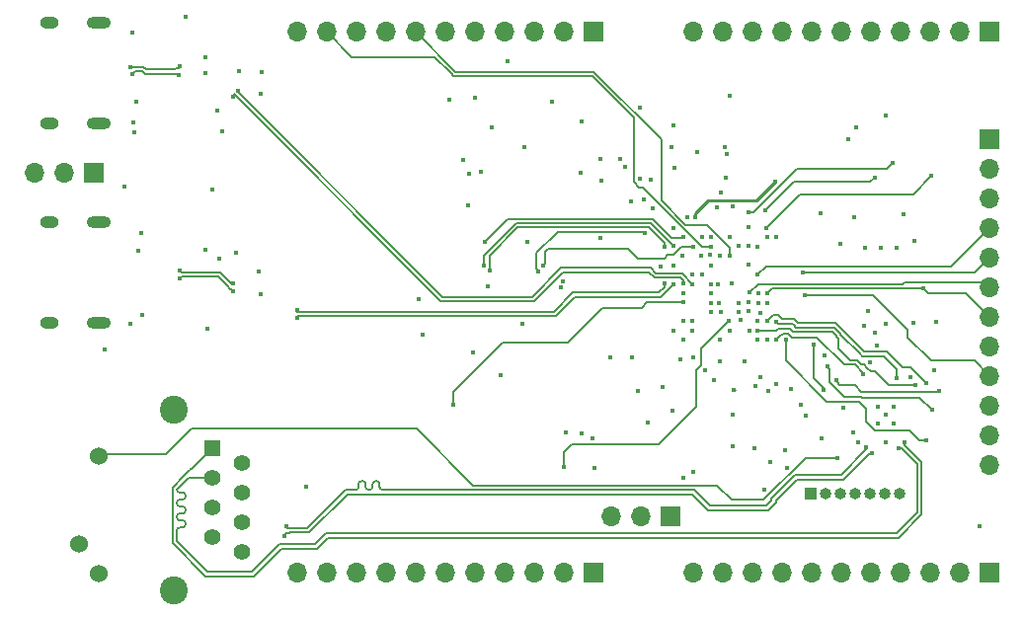
<source format=gbr>
%TF.GenerationSoftware,KiCad,Pcbnew,9.0.0*%
%TF.CreationDate,2025-04-18T01:08:42+10:00*%
%TF.ProjectId,Teensy_4.1_attempt_1,5465656e-7379-45f3-942e-315f61747465,rev?*%
%TF.SameCoordinates,Original*%
%TF.FileFunction,Copper,L3,Inr*%
%TF.FilePolarity,Positive*%
%FSLAX46Y46*%
G04 Gerber Fmt 4.6, Leading zero omitted, Abs format (unit mm)*
G04 Created by KiCad (PCBNEW 9.0.0) date 2025-04-18 01:08:42*
%MOMM*%
%LPD*%
G01*
G04 APERTURE LIST*
%TA.AperFunction,ComponentPad*%
%ADD10R,1.700000X1.700000*%
%TD*%
%TA.AperFunction,ComponentPad*%
%ADD11O,1.700000X1.700000*%
%TD*%
%TA.AperFunction,ComponentPad*%
%ADD12R,1.408000X1.408000*%
%TD*%
%TA.AperFunction,ComponentPad*%
%ADD13C,1.408000*%
%TD*%
%TA.AperFunction,ComponentPad*%
%ADD14C,1.530000*%
%TD*%
%TA.AperFunction,ComponentPad*%
%ADD15C,2.400000*%
%TD*%
%TA.AperFunction,HeatsinkPad*%
%ADD16O,2.100000X1.000000*%
%TD*%
%TA.AperFunction,HeatsinkPad*%
%ADD17O,1.600000X1.000000*%
%TD*%
%TA.AperFunction,ComponentPad*%
%ADD18R,1.000000X1.000000*%
%TD*%
%TA.AperFunction,ComponentPad*%
%ADD19O,1.000000X1.000000*%
%TD*%
%TA.AperFunction,ComponentPad*%
%ADD20C,0.400000*%
%TD*%
%TA.AperFunction,ViaPad*%
%ADD21C,0.450000*%
%TD*%
%TA.AperFunction,Conductor*%
%ADD22C,0.250000*%
%TD*%
%TA.AperFunction,Conductor*%
%ADD23C,0.155000*%
%TD*%
%TA.AperFunction,Conductor*%
%ADD24C,0.200000*%
%TD*%
%TA.AperFunction,Conductor*%
%ADD25C,0.198900*%
%TD*%
%TA.AperFunction,Conductor*%
%ADD26C,0.202500*%
%TD*%
G04 APERTURE END LIST*
D10*
%TO.N,/D16_A2*%
%TO.C,J6*%
X151215000Y-96200000D03*
D11*
%TO.N,/D38_A14*%
X148675000Y-96200000D03*
%TO.N,/D24_A10*%
X146135000Y-96200000D03*
%TD*%
D10*
%TO.N,+3V3*%
%TO.C,J4*%
X178600000Y-101030000D03*
D11*
%TO.N,/D8*%
X176060000Y-101030000D03*
%TO.N,/D7*%
X173520000Y-101030000D03*
%TO.N,/D36*%
X170980000Y-101030000D03*
%TO.N,/D37*%
X168440000Y-101030000D03*
%TO.N,/D35*%
X165900000Y-101030000D03*
%TO.N,/D34*%
X163360000Y-101030000D03*
%TO.N,/D27_A13*%
X160820000Y-101030000D03*
%TO.N,/D21_A7*%
X158280000Y-101030000D03*
%TO.N,/D17_A3*%
X155740000Y-101030000D03*
%TO.N,/D19_A5*%
X153200000Y-101030000D03*
%TD*%
D12*
%TO.N,/T +*%
%TO.C,P1*%
X111930000Y-90375000D03*
D13*
%TO.N,Net-(P1-RCT)*%
X114470000Y-91645000D03*
%TO.N,/T -*%
X111930000Y-92915000D03*
%TO.N,/R +*%
X114470000Y-94185000D03*
%TO.N,Net-(P1-RCT)*%
X111930000Y-95455000D03*
%TO.N,/R -*%
X114470000Y-96725000D03*
%TO.N,unconnected-(P1-NC-Pad7)*%
X111930000Y-97995000D03*
%TO.N,GND*%
X114470000Y-99265000D03*
D14*
%TO.N,/LED*%
X102200000Y-91062000D03*
%TO.N,unconnected-(P1-YLW--Pad11)*%
X100500000Y-98578000D03*
%TO.N,unconnected-(P1-YLW+-Pad12)*%
X102200000Y-101145000D03*
D15*
%TO.N,unconnected-(P1-CH_GND@2-Pad13)*%
X108630000Y-87070000D03*
%TO.N,unconnected-(P1-CH_GND@3-Pad14)*%
X108630000Y-102570000D03*
%TD*%
D16*
%TO.N,Net-(USB_DFP1-SHIELD)*%
%TO.C,USB_DFP1*%
X102180000Y-71000000D03*
D17*
X98000000Y-71000000D03*
D16*
X102180000Y-79640000D03*
D17*
X98000000Y-79640000D03*
%TD*%
D10*
%TO.N,+3V3*%
%TO.C,J3*%
X178600000Y-63875000D03*
D11*
%TO.N,/D28*%
X178600000Y-66415000D03*
%TO.N,/D29*%
X178600000Y-68955000D03*
%TO.N,/D12*%
X178600000Y-71495000D03*
%TO.N,/D10*%
X178600000Y-74035000D03*
%TO.N,/D11*%
X178600000Y-76575000D03*
%TO.N,/D13*%
X178600000Y-79115000D03*
%TO.N,/D6*%
X178600000Y-81655000D03*
%TO.N,/D32*%
X178600000Y-84195000D03*
%TO.N,/D9*%
X178600000Y-86735000D03*
%TO.N,/D0*%
X178600000Y-89275000D03*
%TO.N,GND*%
X178600000Y-91815000D03*
%TD*%
D10*
%TO.N,/D22_A8*%
%TO.C,J5*%
X144630000Y-101030000D03*
D11*
%TO.N,/D39_A15*%
X142090000Y-101030000D03*
%TO.N,/D25_A11*%
X139550000Y-101030000D03*
%TO.N,/D20_A6*%
X137010000Y-101030000D03*
%TO.N,/D23_A9*%
X134470000Y-101030000D03*
%TO.N,/D40_A16*%
X131930000Y-101030000D03*
%TO.N,/D15_A1*%
X129390000Y-101030000D03*
%TO.N,/D14_A0*%
X126850000Y-101030000D03*
%TO.N,/D1*%
X124310000Y-101030000D03*
%TO.N,+3V3*%
X121770000Y-101030000D03*
%TO.N,GND*%
X119230000Y-101030000D03*
%TD*%
D18*
%TO.N,/DCDC_PSWITCH*%
%TO.C,SWD1*%
X163300000Y-94280000D03*
D19*
%TO.N,/JTAG_TCK*%
X164570000Y-94280000D03*
%TO.N,/JTAG_TDO*%
X165840000Y-94280000D03*
%TO.N,/JTAG_TDI*%
X167110000Y-94280000D03*
%TO.N,/JTAG_MOD*%
X168380000Y-94280000D03*
%TO.N,/JTAG_TMS*%
X169650000Y-94280000D03*
%TO.N,GND*%
X170920000Y-94280000D03*
%TD*%
D16*
%TO.N,Net-(USB_UFP1-SHIELD)*%
%TO.C,USB_UFP1*%
X102180000Y-53860000D03*
D17*
X98000000Y-53860000D03*
D16*
X102180000Y-62500000D03*
D17*
X98000000Y-62500000D03*
%TD*%
D20*
%TO.N,GND*%
%TO.C,U5*%
X169005000Y-86835000D03*
X170405000Y-86835000D03*
X169705000Y-87535000D03*
X169005000Y-88235000D03*
X170405000Y-88235000D03*
%TD*%
D10*
%TO.N,/ONOFF*%
%TO.C,J7*%
X101775000Y-66750000D03*
D11*
%TO.N,/WAKEUP*%
X99235000Y-66750000D03*
%TO.N,GND*%
X96695000Y-66750000D03*
%TD*%
D10*
%TO.N,GND*%
%TO.C,J2*%
X178600000Y-54670000D03*
D11*
%TO.N,/D49*%
X176060000Y-54670000D03*
%TO.N,/D31*%
X173520000Y-54670000D03*
%TO.N,/D52*%
X170980000Y-54670000D03*
%TO.N,/D48*%
X168440000Y-54670000D03*
%TO.N,/D53*%
X165900000Y-54670000D03*
%TO.N,/D50*%
X163360000Y-54670000D03*
%TO.N,/D30*%
X160820000Y-54670000D03*
%TO.N,/D54*%
X158280000Y-54670000D03*
%TO.N,/D51*%
X155740000Y-54670000D03*
%TO.N,+3V3*%
X153200000Y-54670000D03*
%TD*%
D10*
%TO.N,GND*%
%TO.C,J1*%
X144600000Y-54670000D03*
D11*
%TO.N,/D3*%
X142060000Y-54670000D03*
%TO.N,/D2*%
X139520000Y-54670000D03*
%TO.N,/D5*%
X136980000Y-54670000D03*
%TO.N,/D33*%
X134440000Y-54670000D03*
%TO.N,/D44*%
X131900000Y-54670000D03*
%TO.N,/D4*%
X129360000Y-54670000D03*
%TO.N,/D43*%
X126820000Y-54670000D03*
%TO.N,/D46*%
X124280000Y-54670000D03*
%TO.N,/D45*%
X121740000Y-54670000D03*
%TO.N,/D42*%
X119200000Y-54670000D03*
%TD*%
D21*
%TO.N,+5V*%
X150360000Y-74817500D03*
X135950000Y-62910000D03*
X143520000Y-66800000D03*
X143620000Y-62340000D03*
%TO.N,GND*%
X141100000Y-60710000D03*
X150580000Y-85140000D03*
X154710706Y-77119293D03*
X169705000Y-89880000D03*
X111350000Y-58250000D03*
X149280000Y-88210000D03*
X135610000Y-76490000D03*
X142050000Y-76040000D03*
X155340000Y-76300000D03*
X142295000Y-89070000D03*
X134470000Y-60300000D03*
X120030000Y-93720000D03*
X156520000Y-76290000D03*
X104930000Y-79740000D03*
X114250000Y-58010000D03*
X147960000Y-82560000D03*
X138670000Y-64540000D03*
X132255000Y-60515000D03*
X116090000Y-77180000D03*
X143585000Y-89080000D03*
X138560000Y-79740000D03*
X141810000Y-76590000D03*
X146080000Y-82610000D03*
X168170000Y-78640000D03*
X130010000Y-80630000D03*
X156075000Y-65190000D03*
X164090000Y-70260000D03*
X151350000Y-64585000D03*
X172152500Y-72600000D03*
X164430707Y-82399293D03*
X159270000Y-93950000D03*
X105230000Y-63290000D03*
X134000000Y-66840000D03*
X148420000Y-85510000D03*
X145210000Y-72370000D03*
X157602500Y-82950000D03*
X167880000Y-73200000D03*
X165830000Y-72860000D03*
X170610000Y-73200000D03*
X112390000Y-61430000D03*
X105210000Y-62410000D03*
X105140000Y-54760000D03*
X168342564Y-82999749D03*
X177740000Y-97100000D03*
X102750000Y-81950000D03*
X109680000Y-53410000D03*
X134285000Y-82135000D03*
X153960000Y-72250000D03*
X156010000Y-67150000D03*
X152310000Y-77080000D03*
X151510000Y-71480000D03*
X144595000Y-89540000D03*
X167190000Y-62860000D03*
X155910000Y-64600000D03*
X105860000Y-71920000D03*
X169675000Y-79740000D03*
X147360000Y-66230000D03*
X158700000Y-81050000D03*
X145260000Y-65580000D03*
X134950000Y-66680000D03*
X146950000Y-65580000D03*
X137270000Y-57200000D03*
X166990000Y-70570000D03*
X172030000Y-79595000D03*
X173990000Y-79575000D03*
X133460000Y-65670000D03*
X149730000Y-69812500D03*
X144760000Y-92110000D03*
X112795000Y-63195000D03*
%TO.N,+3V3*%
X157910000Y-74680000D03*
X171805000Y-84275000D03*
X167340000Y-89840000D03*
X157955000Y-77855000D03*
X154665497Y-73835497D03*
X156340000Y-60190000D03*
X169660000Y-61840000D03*
X129690000Y-77630000D03*
X152130000Y-82790000D03*
X136710000Y-84090000D03*
X151460000Y-62730000D03*
X151505000Y-80275000D03*
X138940000Y-72710000D03*
X173810000Y-83735000D03*
X145350000Y-67480000D03*
X171190000Y-70280000D03*
X155430000Y-77960000D03*
X156540000Y-90250000D03*
X148610000Y-61220000D03*
X154725000Y-74695000D03*
%TO.N,Net-(U1B-VDD_USB_CAP)*%
X154690245Y-76317958D03*
X151420000Y-87150000D03*
%TO.N,Net-(C20-Pad1)*%
X160210000Y-67530000D03*
X153322968Y-70605806D03*
%TO.N,/USB1_DN*%
X152305375Y-76275375D03*
X109180000Y-57640000D03*
X104970000Y-57670000D03*
X113740000Y-60210000D03*
%TO.N,+5VD*%
X116200000Y-58170000D03*
X104420000Y-67950000D03*
X111390000Y-56880000D03*
X111950000Y-68220000D03*
X105460000Y-60680000D03*
%TO.N,/USB1_DP*%
X105100000Y-58320000D03*
X153140000Y-76300000D03*
X109110000Y-58380000D03*
X114200000Y-59710000D03*
%TO.N,Net-(U1B-VDD_SNVS_IN)*%
X132590000Y-86670000D03*
X152330000Y-77870000D03*
%TO.N,/USB2_DN*%
X109150000Y-75150000D03*
X119270000Y-79201500D03*
X151510000Y-76300000D03*
X113730000Y-76221000D03*
%TO.N,+5VL*%
X105950000Y-78990000D03*
X111510000Y-80130000D03*
X105640000Y-73490000D03*
X115920000Y-75230000D03*
X113970000Y-73640000D03*
X112580000Y-74120000D03*
X111350000Y-73410000D03*
%TO.N,/USB2_DP*%
X109150000Y-75810000D03*
X119270000Y-78501497D03*
X150710000Y-76290000D03*
X113730000Y-76921003D03*
%TO.N,/D33*%
X155577500Y-68455322D03*
%TO.N,/D2*%
X156598000Y-69650000D03*
%TO.N,/D42*%
X148920000Y-69090000D03*
%TO.N,/D3*%
X157900000Y-73070000D03*
%TO.N,/D45*%
X154740000Y-73110000D03*
%TO.N,/D43*%
X149540000Y-67400000D03*
%TO.N,/D4*%
X156320000Y-73890000D03*
%TO.N,/D5*%
X156290000Y-72260000D03*
%TO.N,/D44*%
X154730000Y-72290000D03*
%TO.N,/D46*%
X148590000Y-67300000D03*
%TO.N,/D31*%
X160340000Y-72270000D03*
%TO.N,/D50*%
X168730000Y-67200000D03*
X159380000Y-69980000D03*
%TO.N,/D51*%
X157920000Y-71450000D03*
%TO.N,/D53*%
X159460000Y-71500000D03*
X173570000Y-66990000D03*
%TO.N,/D48*%
X166520000Y-63880000D03*
X159500000Y-72300000D03*
%TO.N,/D30*%
X158710000Y-73120000D03*
%TO.N,/D54*%
X170280000Y-65940000D03*
X157960000Y-70160000D03*
%TO.N,/D32*%
X162780000Y-77240000D03*
%TO.N,/D9*%
X167800000Y-79920000D03*
%TO.N,/D6*%
X158755000Y-77125000D03*
%TO.N,/D13*%
X172920000Y-76640000D03*
X159539797Y-77099522D03*
%TO.N,/D0*%
X157110000Y-77900000D03*
%TO.N,/D10*%
X162570000Y-75350000D03*
%TO.N,/D12*%
X158720000Y-75490000D03*
%TO.N,/D11*%
X158044999Y-77042786D03*
%TO.N,/D27_A13*%
X155466328Y-82900000D03*
%TO.N,/D7*%
X168790000Y-80510000D03*
%TO.N,/D19_A5*%
X153170000Y-92390000D03*
X154732745Y-78680000D03*
%TO.N,/D37*%
X158933500Y-78781356D03*
%TO.N,/D17_A3*%
X154960000Y-84580000D03*
%TO.N,/D34*%
X164205000Y-89525000D03*
%TO.N,/D35*%
X159510000Y-81090000D03*
%TO.N,/D21_A7*%
X155440328Y-81039672D03*
%TO.N,/D36*%
X159540000Y-77900000D03*
%TO.N,/D8*%
X168900000Y-81543750D03*
%TO.N,/D39_A15*%
X142100000Y-92010000D03*
X156267500Y-79496232D03*
%TO.N,/D1*%
X152340000Y-79480000D03*
%TO.N,/D25_A11*%
X153210000Y-82582500D03*
%TO.N,/D40_A16*%
X153115000Y-80295000D03*
%TO.N,/D14_A0*%
X153122672Y-79487328D03*
%TO.N,/D15_A1*%
X152305000Y-81085000D03*
%TO.N,/D16_A2*%
X154685000Y-77925000D03*
X152350000Y-92940000D03*
%TO.N,/D38_A14*%
X155540000Y-78730000D03*
%TO.N,/D24_A10*%
X154207500Y-83670000D03*
%TO.N,/WAKEUP*%
X152290000Y-73890000D03*
%TO.N,/ONOFF*%
X151530000Y-74700000D03*
%TO.N,/SOC_CAP_NET*%
X155494058Y-73911722D03*
X155199000Y-69705000D03*
%TO.N,Net-(L1-Pad1)*%
X152676814Y-70535194D03*
X151580000Y-66370000D03*
%TO.N,/PMIC_ON_REQ_PWR_SEQ*%
X147880004Y-69261328D03*
X153930000Y-75510000D03*
%TO.N,Net-(U3-PTB3{slash}IRQ_10)*%
X158450000Y-90400000D03*
X158960000Y-84330000D03*
%TO.N,Net-(U1B-GPIO_EMC_40)*%
X116120000Y-60010000D03*
X169240000Y-73230000D03*
%TO.N,Net-(U1A-GPIO_SD_B1_10)*%
X135738818Y-75166855D03*
X150725000Y-73095000D03*
%TO.N,/T -*%
X170820000Y-90420000D03*
%TO.N,Net-(U1A-GPIO_SD_B1_09)*%
X151520000Y-73060172D03*
X135200000Y-74720000D03*
%TO.N,/R -*%
X168042513Y-90292513D03*
X118291995Y-97114560D03*
%TO.N,Net-(U1A-GPIO_B0_13)*%
X158550000Y-85020000D03*
X158736678Y-77906678D03*
%TO.N,/R +*%
X168537489Y-90787489D03*
X118127577Y-97882552D03*
%TO.N,/D47*%
X133850000Y-69590000D03*
%TO.N,Net-(U1A-GPIO_SD_B1_06)*%
X135310000Y-72730000D03*
X152310000Y-72290000D03*
%TO.N,/T +*%
X171338633Y-89913661D03*
%TO.N,Net-(U1A-POR_B)*%
X153120000Y-75460000D03*
X160320000Y-84910000D03*
%TO.N,Net-(U1A-GPIO_SD_B1_08)*%
X149057862Y-71954500D03*
X139858819Y-75208901D03*
%TO.N,/LED*%
X165550000Y-91240000D03*
%TO.N,Net-(U1A-GPIO_EMC_01)*%
X156550000Y-87520000D03*
X157120000Y-73070000D03*
%TO.N,Net-(U1A-GPIO_AD_B0_04)*%
X161090000Y-90590000D03*
X157272500Y-79422906D03*
%TO.N,Net-(U1A-GPIO_SD_B1_07)*%
X153180000Y-73150000D03*
X140290000Y-74722500D03*
%TO.N,Net-(U3-PTB2{slash}IRQ_7)*%
X161230000Y-92067500D03*
X159640000Y-85510000D03*
%TO.N,Net-(U1B-GPIO_B1_06)*%
X170620000Y-84360000D03*
X160280000Y-79520000D03*
%TO.N,Net-(U1B-GPIO_B0_15)*%
X158730000Y-79480000D03*
X166020000Y-86930000D03*
%TO.N,Net-(U1B-GPIO_B1_04)*%
X158690000Y-80280000D03*
X172240000Y-85000000D03*
%TO.N,Net-(U1B-GPIO_B1_11)*%
X160290000Y-81060000D03*
X167742115Y-84077885D03*
%TO.N,Net-(U1B-GPIO_B1_09)*%
X164380000Y-85360000D03*
X163540707Y-81509293D03*
%TO.N,Net-(U1B-GPIO_B1_14)*%
X174270000Y-85510000D03*
X165490000Y-84510000D03*
%TO.N,Net-(U1B-GPIO_B1_05)*%
X173210000Y-84826250D03*
X159530000Y-79490000D03*
%TO.N,Net-(U1B-GPIO_B0_14)*%
X166890000Y-89070000D03*
X157927500Y-78645000D03*
%TO.N,Net-(U1B-GPIO_B1_15)*%
X164710000Y-83390000D03*
X173660000Y-87120000D03*
%TO.N,Net-(U1B-GPIO_B1_10)*%
X161120000Y-81080000D03*
X173160000Y-89710000D03*
%TO.N,/JTAG_TDI*%
X162440000Y-86650000D03*
%TO.N,/JTAG_TDO*%
X162835000Y-87565000D03*
%TO.N,/JTAG_MOD*%
X156660000Y-85410000D03*
X156350000Y-80300000D03*
%TO.N,/JTAG_TCK*%
X161610000Y-85340000D03*
X157977702Y-80291932D03*
%TO.N,/DCDC_PSWITCH*%
X157120000Y-78710000D03*
X153540000Y-65010000D03*
X159770000Y-91540000D03*
X153900000Y-73860000D03*
%TD*%
D22*
%TO.N,Net-(C20-Pad1)*%
X153322829Y-70257171D02*
X154480000Y-69100000D01*
X158640000Y-69100000D02*
X160210000Y-67530000D01*
X153322829Y-70605667D02*
X153322829Y-70257171D01*
X153322968Y-70605806D02*
X153322829Y-70605667D01*
X154480000Y-69100000D02*
X158640000Y-69100000D01*
D23*
%TO.N,/USB1_DN*%
X149392956Y-75296000D02*
X149852956Y-75756000D01*
X152305375Y-75991463D02*
X152305375Y-76275375D01*
X113778478Y-60021522D02*
X131542956Y-77786000D01*
X142007044Y-75296000D02*
X149392956Y-75296000D01*
X131542956Y-77786000D02*
X139517044Y-77786000D01*
X108754588Y-57918000D02*
X106321044Y-57918000D01*
X109180000Y-57640000D02*
X109058500Y-57761500D01*
X109058500Y-57761500D02*
X108911088Y-57761500D01*
X152069912Y-75756000D02*
X152305375Y-75991463D01*
X149852956Y-75756000D02*
X152069912Y-75756000D01*
X106073044Y-57670000D02*
X104970000Y-57670000D01*
X106321044Y-57918000D02*
X106073044Y-57670000D01*
X139517044Y-77786000D02*
X142007044Y-75296000D01*
X108911088Y-57761500D02*
X108754588Y-57918000D01*
%TO.N,/USB1_DP*%
X114041522Y-59758478D02*
X131697044Y-77414000D01*
X105378000Y-58042000D02*
X105100000Y-58320000D01*
X131697044Y-77414000D02*
X139362956Y-77414000D01*
X105918956Y-58042000D02*
X105378000Y-58042000D01*
X141852956Y-74924000D02*
X149547044Y-74924000D01*
X150007044Y-75384000D02*
X152224000Y-75384000D01*
X106166956Y-58290000D02*
X105918956Y-58042000D01*
X109130000Y-58290000D02*
X106166956Y-58290000D01*
X149547044Y-74924000D02*
X150007044Y-75384000D01*
X139362956Y-77414000D02*
X141852956Y-74924000D01*
X152224000Y-75384000D02*
X153140000Y-76300000D01*
D24*
%TO.N,Net-(U1B-VDD_SNVS_IN)*%
X145429000Y-78341000D02*
X148769000Y-78341000D01*
X136850000Y-81340000D02*
X142430000Y-81340000D01*
X148769000Y-78341000D02*
X149240000Y-77870000D01*
X132590000Y-85600000D02*
X136850000Y-81340000D01*
X149240000Y-77870000D02*
X152330000Y-77870000D01*
X132590000Y-86670000D02*
X132590000Y-85600000D01*
X142430000Y-81340000D02*
X145429000Y-78341000D01*
D23*
%TO.N,/USB2_DN*%
X143047044Y-77406000D02*
X141407044Y-79046000D01*
X141407044Y-79046000D02*
X119270000Y-79046000D01*
X150404000Y-77406000D02*
X143047044Y-77406000D01*
X109294000Y-75294000D02*
X112629085Y-75294000D01*
X109150000Y-75150000D02*
X109294000Y-75294000D01*
X151510000Y-76300000D02*
X150404000Y-77406000D01*
X112629085Y-75294000D02*
X113556085Y-76221000D01*
X113556085Y-76221000D02*
X113730000Y-76221000D01*
%TO.N,/USB2_DP*%
X141252956Y-78674000D02*
X119270000Y-78674000D01*
X113201500Y-76439912D02*
X113511088Y-76749500D01*
X109294000Y-75666000D02*
X112474997Y-75666000D01*
X150249912Y-77034000D02*
X142892956Y-77034000D01*
X112474997Y-75666000D02*
X113201500Y-76392503D01*
X150710000Y-76573912D02*
X150249912Y-77034000D01*
X142892956Y-77034000D02*
X141252956Y-78674000D01*
X113558497Y-76749500D02*
X113730000Y-76921003D01*
X109150000Y-75810000D02*
X109294000Y-75666000D01*
X113511088Y-76749500D02*
X113558497Y-76749500D01*
X150710000Y-76290000D02*
X150710000Y-76573912D01*
X113201500Y-76392503D02*
X113201500Y-76439912D01*
%TO.N,/D45*%
X132937460Y-58456000D02*
X132642540Y-58456000D01*
X148840000Y-68020000D02*
X148560000Y-68020000D01*
X132642540Y-58456000D02*
X132434000Y-58247460D01*
X154740000Y-73110000D02*
X153930000Y-73110000D01*
X132434000Y-58247460D02*
X131016540Y-56830000D01*
X144532540Y-58456000D02*
X132937460Y-58456000D01*
X153930000Y-73110000D02*
X148840000Y-68020000D01*
X131016540Y-56830000D02*
X123900000Y-56830000D01*
X148086500Y-67546500D02*
X148086500Y-62009960D01*
X148086500Y-62009960D02*
X144532540Y-58456000D01*
X148560000Y-68020000D02*
X148086500Y-67546500D01*
X123900000Y-56830000D02*
X121740000Y-54670000D01*
%TO.N,/D4*%
X156320000Y-73890000D02*
X156320000Y-73167943D01*
X150460000Y-69130000D02*
X150460000Y-63880000D01*
X144680000Y-58100000D02*
X132790000Y-58100000D01*
X150460000Y-63880000D02*
X144680000Y-58100000D01*
X156320000Y-73167943D02*
X154372057Y-71220000D01*
X132790000Y-58100000D02*
X129360000Y-54670000D01*
X154372057Y-71220000D02*
X152550000Y-71220000D01*
X152550000Y-71220000D02*
X150460000Y-69130000D01*
%TO.N,/D50*%
X164550000Y-67550000D02*
X168380000Y-67550000D01*
X159380000Y-69980000D02*
X161810000Y-67550000D01*
X168730000Y-67200000D02*
X168740000Y-67190000D01*
X168380000Y-67550000D02*
X168730000Y-67200000D01*
X161810000Y-67550000D02*
X164550000Y-67550000D01*
%TO.N,/D53*%
X172040000Y-68610000D02*
X173620000Y-67030000D01*
X168330000Y-68610000D02*
X172040000Y-68610000D01*
X159460000Y-71500000D02*
X162350000Y-68610000D01*
X162350000Y-68610000D02*
X168330000Y-68610000D01*
%TO.N,/D54*%
X158330000Y-70160000D02*
X162060000Y-66430000D01*
X162060000Y-66430000D02*
X169790000Y-66430000D01*
X169790000Y-66430000D02*
X170280000Y-65940000D01*
X157960000Y-70160000D02*
X158330000Y-70160000D01*
%TO.N,/D32*%
X178600000Y-84195000D02*
X177285000Y-82880000D01*
X173590000Y-82880000D02*
X171600000Y-80890000D01*
X171600000Y-80240000D02*
X168600000Y-77240000D01*
X168600000Y-77240000D02*
X162780000Y-77240000D01*
X177285000Y-82880000D02*
X173590000Y-82880000D01*
X171600000Y-80890000D02*
X171600000Y-80240000D01*
%TO.N,/D13*%
X172920000Y-76640000D02*
X172890000Y-76670000D01*
X159969319Y-76670000D02*
X172950000Y-76670000D01*
X173379522Y-77099522D02*
X176584522Y-77099522D01*
X176584522Y-77099522D02*
X178600000Y-79115000D01*
X159539797Y-77099522D02*
X159969319Y-76670000D01*
X172950000Y-76670000D02*
X173379522Y-77099522D01*
%TO.N,/D10*%
X177285000Y-75350000D02*
X178600000Y-74035000D01*
X162570000Y-75350000D02*
X177285000Y-75350000D01*
%TO.N,/D12*%
X175315000Y-74780000D02*
X178600000Y-71495000D01*
X158720000Y-75490000D02*
X159430000Y-74780000D01*
X159430000Y-74780000D02*
X175315000Y-74780000D01*
%TO.N,/D11*%
X178161500Y-76136500D02*
X178600000Y-76575000D01*
X158044999Y-77042786D02*
X158773785Y-76314000D01*
X171287500Y-76136500D02*
X178161500Y-76136500D01*
X158773785Y-76314000D02*
X171110000Y-76314000D01*
X171110000Y-76314000D02*
X171287500Y-76136500D01*
%TO.N,/D28*%
X178600000Y-66830000D02*
X178600000Y-66415000D01*
%TO.N,/D39_A15*%
X156203768Y-79496232D02*
X153880000Y-81820000D01*
X153880000Y-83285443D02*
X153480000Y-83685443D01*
X156267500Y-79496232D02*
X156203768Y-79496232D01*
X142760000Y-90070000D02*
X142100000Y-90730000D01*
X153880000Y-81820000D02*
X153880000Y-83285443D01*
X153480000Y-83685443D02*
X153480000Y-86810000D01*
X150220000Y-90070000D02*
X142760000Y-90070000D01*
X142100000Y-90730000D02*
X142100000Y-92010000D01*
X153480000Y-86810000D02*
X150220000Y-90070000D01*
%TO.N,Net-(U1A-GPIO_SD_B1_10)*%
X138141460Y-71452000D02*
X149408368Y-71452000D01*
X135738818Y-75166855D02*
X135750000Y-75155673D01*
X135750000Y-73843460D02*
X138141460Y-71452000D01*
X149408368Y-71452000D02*
X150725000Y-72768632D01*
X135750000Y-75155673D02*
X135750000Y-73843460D01*
X150725000Y-72768632D02*
X150725000Y-73095000D01*
D25*
%TO.N,/T -*%
X109621044Y-93253086D02*
X109822244Y-93051886D01*
X171056568Y-90420000D02*
X170820000Y-90420000D01*
X110538603Y-92920000D02*
X109954130Y-92920000D01*
X172390550Y-95877384D02*
X172390550Y-91753982D01*
X116236622Y-100061310D02*
X117420688Y-98877246D01*
X109666729Y-94424680D02*
X109666729Y-94544680D01*
X108929450Y-97424680D02*
X108929450Y-97544680D01*
X170597384Y-97670550D02*
X172390550Y-95877384D01*
X120727384Y-98600550D02*
X121657384Y-97670550D01*
X121657384Y-97670550D02*
X170597384Y-97670550D01*
X117697384Y-98600550D02*
X120727384Y-98600550D01*
X109369543Y-93504587D02*
X108929450Y-93944680D01*
X109169450Y-96584680D02*
X109426741Y-96584680D01*
X109426741Y-97184680D02*
X109169450Y-97184680D01*
X109954130Y-92920000D02*
X109822244Y-93051886D01*
X109169450Y-94184680D02*
X109426729Y-94184680D01*
X108929450Y-95024680D02*
X108929450Y-95144680D01*
X109666741Y-96824680D02*
X109666741Y-96944680D01*
X108929450Y-96224680D02*
X108929450Y-96344680D01*
X109666729Y-95624680D02*
X109666729Y-95744680D01*
X108929450Y-97544680D02*
X108929450Y-98387384D01*
X108929450Y-98387384D02*
X111522616Y-100980550D01*
X111522616Y-100980550D02*
X115317384Y-100980550D01*
X111930000Y-92920000D02*
X110538603Y-92920000D01*
X117420688Y-98877246D02*
X117697384Y-98600550D01*
X109426729Y-95984680D02*
X109169450Y-95984680D01*
X109426729Y-94784680D02*
X109169450Y-94784680D01*
X115317384Y-100980550D02*
X116236622Y-100061310D01*
X109621044Y-93253086D02*
X109369543Y-93504587D01*
X172390550Y-91753982D02*
X171056568Y-90420000D01*
X109169450Y-95384680D02*
X109426729Y-95384680D01*
X109169450Y-97184680D02*
G75*
G03*
X108929380Y-97424680I-50J-240020D01*
G01*
X108929450Y-95144680D02*
G75*
G03*
X109169450Y-95384650I239950J-20D01*
G01*
X109426729Y-94184680D02*
G75*
G02*
X109666720Y-94424680I-29J-240020D01*
G01*
X109426741Y-96584680D02*
G75*
G02*
X109666720Y-96824680I-41J-240020D01*
G01*
X109169450Y-94784680D02*
G75*
G03*
X108929380Y-95024680I-50J-240020D01*
G01*
X108929450Y-96344680D02*
G75*
G03*
X109169450Y-96584650I239950J-20D01*
G01*
X109666729Y-95744680D02*
G75*
G02*
X109426729Y-95984729I-240029J-20D01*
G01*
X108929450Y-93944680D02*
G75*
G03*
X109169450Y-94184650I239950J-20D01*
G01*
X109666741Y-96944680D02*
G75*
G02*
X109426741Y-97184741I-240041J-20D01*
G01*
X109169450Y-95984680D02*
G75*
G03*
X108929380Y-96224680I-50J-240020D01*
G01*
X109666729Y-94544680D02*
G75*
G02*
X109426729Y-94784729I-240029J-20D01*
G01*
X109426729Y-95384680D02*
G75*
G02*
X109666720Y-95624680I-29J-240020D01*
G01*
D23*
%TO.N,Net-(U1A-GPIO_SD_B1_09)*%
X149555828Y-71096000D02*
X137994000Y-71096000D01*
X135220000Y-74700000D02*
X135200000Y-74720000D01*
X137994000Y-71096000D02*
X135220000Y-73870000D01*
X151520000Y-73060172D02*
X149555828Y-71096000D01*
X135220000Y-73870000D02*
X135220000Y-74700000D01*
D25*
%TO.N,/R -*%
X118394332Y-97216897D02*
X120101037Y-97216897D01*
X159476318Y-95300550D02*
X159900550Y-94876318D01*
X159900550Y-94687384D02*
X161897384Y-92690550D01*
X124742052Y-93215273D02*
X124862052Y-93215273D01*
X126662052Y-93950550D02*
X126808501Y-93950550D01*
X168042513Y-90505424D02*
X168042513Y-90292513D01*
X161897384Y-92690550D02*
X165857387Y-92690550D01*
X120101037Y-97216897D02*
X123367384Y-93950550D01*
X123367384Y-93950550D02*
X124262052Y-93950550D01*
X118291995Y-97114560D02*
X118394332Y-97216897D01*
X124502052Y-93710550D02*
X124502052Y-93455273D01*
X153312616Y-93950550D02*
X154662616Y-95300550D01*
X126808501Y-93950550D02*
X153312616Y-93950550D01*
X125342052Y-93950550D02*
X125462052Y-93950550D01*
X125702052Y-93710550D02*
X125702052Y-93455273D01*
X165857387Y-92690550D02*
X168042513Y-90505424D01*
X154662616Y-95300550D02*
X159476318Y-95300550D01*
X126302052Y-93455273D02*
X126302052Y-93710550D01*
X159900550Y-94876318D02*
X159900550Y-94687384D01*
X125942052Y-93215273D02*
X126062052Y-93215273D01*
X125102052Y-93455273D02*
X125102052Y-93710550D01*
X126542052Y-93950550D02*
X126662052Y-93950550D01*
X124262052Y-93950550D02*
G75*
G03*
X124502050Y-93710550I48J239950D01*
G01*
X126062052Y-93215273D02*
G75*
G02*
X126302127Y-93455273I48J-240027D01*
G01*
X125462052Y-93950550D02*
G75*
G03*
X125702050Y-93710550I48J239950D01*
G01*
X124502052Y-93455273D02*
G75*
G02*
X124742052Y-93215252I240048J-27D01*
G01*
X126302052Y-93710550D02*
G75*
G03*
X126542052Y-93950648I240048J-50D01*
G01*
X125702052Y-93455273D02*
G75*
G02*
X125942052Y-93215252I240048J-27D01*
G01*
X125102052Y-93710550D02*
G75*
G03*
X125342052Y-93950648I240048J-50D01*
G01*
X124862052Y-93215273D02*
G75*
G02*
X125102127Y-93455273I48J-240027D01*
G01*
%TO.N,/R +*%
X118569212Y-97615797D02*
X118519999Y-97665010D01*
X168324578Y-90787489D02*
X166022617Y-93089450D01*
X159641550Y-95699450D02*
X154497384Y-95699450D01*
X168537489Y-90787489D02*
X168324578Y-90787489D01*
X160299450Y-94852616D02*
X160299450Y-95041550D01*
X123532616Y-94349450D02*
X120266269Y-97615797D01*
X160299450Y-95041550D02*
X159641550Y-95699450D01*
X118519999Y-97665010D02*
X118345119Y-97665010D01*
X118345119Y-97665010D02*
X118127577Y-97882552D01*
X153147384Y-94349450D02*
X123532616Y-94349450D01*
X154497384Y-95699450D02*
X153147384Y-94349450D01*
X120266269Y-97615797D02*
X118569212Y-97615797D01*
X162062616Y-93089450D02*
X160299450Y-94852616D01*
X166022617Y-93089450D02*
X162062616Y-93089450D01*
D23*
%TO.N,Net-(U1A-GPIO_SD_B1_06)*%
X137300000Y-70740000D02*
X149750000Y-70740000D01*
X135310000Y-72730000D02*
X137300000Y-70740000D01*
X151340000Y-72330000D02*
X152270000Y-72330000D01*
X152270000Y-72330000D02*
X152310000Y-72290000D01*
X149750000Y-70740000D02*
X151340000Y-72330000D01*
D25*
%TO.N,/T +*%
X108530550Y-93779450D02*
X108530550Y-98552616D01*
X111357384Y-101379450D02*
X115482616Y-101379450D01*
X109964301Y-92345699D02*
X109540179Y-92769821D01*
X170762616Y-98069450D02*
X172789450Y-96042616D01*
X121822616Y-98069450D02*
X170762616Y-98069450D01*
X120892616Y-98999450D02*
X121822616Y-98069450D01*
X117862616Y-98999450D02*
X120892616Y-98999450D01*
X171338633Y-90137935D02*
X171338633Y-89913661D01*
X109540179Y-92769821D02*
X108530550Y-93779450D01*
X108530550Y-98552616D02*
X111357384Y-101379450D01*
X172789450Y-96042616D02*
X172789450Y-91588752D01*
X172789450Y-91588752D02*
X171338633Y-90137935D01*
X110049469Y-92260531D02*
X109964301Y-92345699D01*
X115482616Y-101379450D02*
X117862616Y-98999450D01*
X111930000Y-90380000D02*
X110256957Y-92053043D01*
X110256957Y-92053043D02*
X110049469Y-92260531D01*
D23*
%TO.N,Net-(U1A-POR_B)*%
X153120000Y-75490000D02*
X153120000Y-75460000D01*
X153140000Y-75510000D02*
X153120000Y-75490000D01*
%TO.N,Net-(U1A-GPIO_SD_B1_08)*%
X141582000Y-71808000D02*
X148911362Y-71808000D01*
X139858819Y-75208901D02*
X139858819Y-75148819D01*
X148911362Y-71808000D02*
X149057862Y-71954500D01*
X139858819Y-75148819D02*
X139730000Y-75020000D01*
X139730000Y-73660000D02*
X141582000Y-71808000D01*
X139730000Y-75020000D02*
X139730000Y-73660000D01*
%TO.N,/LED*%
X102357000Y-90910000D02*
X102200000Y-91067000D01*
X162813432Y-91240000D02*
X159233432Y-94820000D01*
X110210000Y-88720000D02*
X108020000Y-90910000D01*
X155212600Y-93572600D02*
X134342600Y-93572600D01*
X159233432Y-94820000D02*
X156460000Y-94820000D01*
X165550000Y-91240000D02*
X162813432Y-91240000D01*
X108020000Y-90910000D02*
X102357000Y-90910000D01*
X134342600Y-93572600D02*
X129490000Y-88720000D01*
X156460000Y-94820000D02*
X155212600Y-93572600D01*
X129490000Y-88720000D02*
X110210000Y-88720000D01*
%TO.N,Net-(U1A-GPIO_SD_B1_07)*%
X152160000Y-73130000D02*
X152023500Y-73266500D01*
X148450000Y-74130000D02*
X147620000Y-73300000D01*
X152023500Y-73266500D02*
X152023500Y-73268729D01*
X151728557Y-73563672D02*
X151726328Y-73563672D01*
X151020000Y-73830000D02*
X150720000Y-74130000D01*
X150720000Y-74130000D02*
X148450000Y-74130000D01*
X153180000Y-73150000D02*
X153160000Y-73130000D01*
X151460000Y-73830000D02*
X151020000Y-73830000D01*
X140480000Y-74570000D02*
X140327500Y-74722500D01*
X140720000Y-73300000D02*
X140480000Y-73540000D01*
X140480000Y-73540000D02*
X140480000Y-74570000D01*
X147620000Y-73300000D02*
X140720000Y-73300000D01*
X151726328Y-73563672D02*
X151460000Y-73830000D01*
X152023500Y-73268729D02*
X151728557Y-73563672D01*
X153160000Y-73130000D02*
X152160000Y-73130000D01*
X140327500Y-74722500D02*
X140290000Y-74722500D01*
D26*
%TO.N,Net-(U1B-GPIO_B1_06)*%
X160623886Y-79720750D02*
X161348749Y-79720750D01*
X161988772Y-80026500D02*
X162155901Y-80026500D01*
X165257136Y-80026500D02*
X165833500Y-80602864D01*
X170620000Y-83590000D02*
X170620000Y-84360000D01*
X161919384Y-79957113D02*
X161919383Y-79957113D01*
X161683020Y-79720750D02*
X161683021Y-79720749D01*
X167704136Y-82473500D02*
X168038407Y-82473500D01*
X161919386Y-79957114D02*
X161919386Y-79957115D01*
X167560000Y-82340000D02*
X167570635Y-82340000D01*
X161683020Y-79720750D02*
X161784098Y-79821827D01*
X160480750Y-79720750D02*
X160623886Y-79720750D01*
X165833500Y-80602864D02*
X165833500Y-80613500D01*
X162155901Y-80026500D02*
X162323036Y-80026503D01*
X167570635Y-82340000D02*
X167704135Y-82473500D01*
X160280000Y-79520000D02*
X160480750Y-79720750D01*
X161784098Y-79821827D02*
X161885175Y-79922903D01*
X161988770Y-80026500D02*
X161988772Y-80026500D01*
X162323036Y-80026503D02*
X162323039Y-80026500D01*
X167704135Y-82473500D02*
X167704136Y-82473500D01*
X161885175Y-79922903D02*
X161919384Y-79957113D01*
X162323039Y-80026500D02*
X165257136Y-80026500D01*
X161919384Y-79957113D02*
X161919386Y-79957114D01*
X161919386Y-79957115D02*
X161919386Y-79957116D01*
X161348749Y-79720750D02*
X161683020Y-79720750D01*
X165833500Y-80613500D02*
X167560000Y-82340000D01*
X169503500Y-82473500D02*
X170620000Y-83590000D01*
X168038407Y-82473500D02*
X169503500Y-82473500D01*
X161988767Y-80026497D02*
X161988770Y-80026500D01*
X161919386Y-79957116D02*
X161988767Y-80026497D01*
%TO.N,Net-(U1B-GPIO_B1_04)*%
X169959000Y-85000000D02*
X172240000Y-85000000D01*
X168125584Y-83526999D02*
X168126999Y-83526999D01*
X161752251Y-80360616D02*
X161821631Y-80429999D01*
X165666365Y-81017000D02*
X165666365Y-81826365D01*
X167816729Y-83218144D02*
X168125584Y-83526999D01*
X165090000Y-80430000D02*
X165430000Y-80770000D01*
X165430000Y-80770000D02*
X165430000Y-80780636D01*
X161821635Y-80430000D02*
X161821634Y-80429999D01*
X160301000Y-80280000D02*
X160456750Y-80124250D01*
X168781250Y-83822250D02*
X169959000Y-85000000D01*
X161821635Y-80430000D02*
X165090000Y-80430000D01*
X165430000Y-80780636D02*
X165666365Y-81017000D01*
X167453500Y-83062865D02*
X167608780Y-83218144D01*
X168126999Y-83526999D02*
X168422250Y-83822250D01*
X168422250Y-83822250D02*
X168781250Y-83822250D01*
X167217136Y-82826500D02*
X167453500Y-83062865D01*
X167608780Y-83218144D02*
X167816729Y-83218144D01*
X166666500Y-82826500D02*
X167217136Y-82826500D01*
X165666365Y-81826365D02*
X166666500Y-82826500D01*
X160456750Y-80124250D02*
X161515885Y-80124250D01*
X158690000Y-80280000D02*
X160301000Y-80280000D01*
X161821631Y-80429999D02*
X161821635Y-80430000D01*
X161515885Y-80124250D02*
X161752251Y-80360616D01*
%TO.N,Net-(U1B-GPIO_B1_11)*%
X167742115Y-83922115D02*
X167050000Y-83230000D01*
X167742115Y-84077885D02*
X167742115Y-83922115D01*
X160891250Y-80527750D02*
X160769000Y-80650000D01*
X160700000Y-80650000D02*
X160290000Y-81060000D01*
X161348750Y-80527750D02*
X160891250Y-80527750D01*
X163750000Y-80870000D02*
X161691000Y-80870000D01*
X160769000Y-80650000D02*
X160700000Y-80650000D01*
X166110000Y-83230000D02*
X163750000Y-80870000D01*
X161691000Y-80870000D02*
X161348750Y-80527750D01*
X167050000Y-83230000D02*
X166110000Y-83230000D01*
D24*
%TO.N,Net-(U1B-GPIO_B1_09)*%
X164380000Y-85199232D02*
X164380000Y-85360000D01*
X163540707Y-84359939D02*
X164380000Y-85199232D01*
X163540707Y-81509293D02*
X163540707Y-84359939D01*
%TO.N,Net-(U1B-GPIO_B1_14)*%
X165490000Y-84590000D02*
X165660000Y-84760000D01*
X165660000Y-84760000D02*
X165660000Y-84920000D01*
X165490000Y-84510000D02*
X165490000Y-84590000D01*
X165660000Y-84920000D02*
X165741000Y-85001000D01*
X167601000Y-85551000D02*
X174229000Y-85551000D01*
X174229000Y-85551000D02*
X174270000Y-85510000D01*
X167051000Y-85001000D02*
X167601000Y-85551000D01*
X165741000Y-85001000D02*
X167051000Y-85001000D01*
D26*
%TO.N,Net-(U1B-GPIO_B1_05)*%
X160508750Y-78967750D02*
X160832250Y-79291250D01*
X167871271Y-82070000D02*
X165424272Y-79623000D01*
X159727750Y-79291250D02*
X160051250Y-78967750D01*
X161515885Y-79317249D02*
X161850153Y-79317249D01*
X160858250Y-79317250D02*
X161515885Y-79317249D01*
X159530000Y-79490000D02*
X159727750Y-79292250D01*
X169800000Y-82070000D02*
X167871271Y-82070000D01*
X159727750Y-79292250D02*
X159727750Y-79291250D01*
X160832250Y-79291250D02*
X160858250Y-79317250D01*
X162155905Y-79623000D02*
X161850155Y-79317250D01*
X171169319Y-83439319D02*
X169800000Y-82070000D01*
X165424272Y-79623000D02*
X162155905Y-79623000D01*
X171823069Y-83439319D02*
X171169319Y-83439319D01*
X161850155Y-79317250D02*
X161850155Y-79317249D01*
X161850153Y-79317249D02*
X161850155Y-79317250D01*
X160051250Y-78967750D02*
X160508750Y-78967750D01*
X173210000Y-84826250D02*
X171823069Y-83439319D01*
D24*
%TO.N,Net-(U1B-GPIO_B1_15)*%
X167554367Y-85975500D02*
X167554368Y-85975500D01*
X164910000Y-84737100D02*
X164910000Y-83590000D01*
X172590000Y-86050000D02*
X167628868Y-86050000D01*
X173660000Y-87120000D02*
X172590000Y-86050000D01*
X167628868Y-86050000D02*
X167554367Y-85975500D01*
X167554367Y-85975500D02*
X166148400Y-85975500D01*
X164910000Y-83590000D02*
X164710000Y-83390000D01*
X166148400Y-85975500D02*
X164910000Y-84737100D01*
D26*
%TO.N,Net-(U1B-GPIO_B1_10)*%
X173160000Y-89710000D02*
X172590000Y-89710000D01*
X167387750Y-86377750D02*
X164616750Y-86377750D01*
X168010000Y-87000000D02*
X167387750Y-86377750D01*
X161120000Y-82881000D02*
X161120000Y-81080000D01*
X172590000Y-89710000D02*
X171750000Y-88870000D01*
X168780000Y-88870000D02*
X168010000Y-88100000D01*
X164616750Y-86377750D02*
X161120000Y-82881000D01*
X171750000Y-88870000D02*
X168780000Y-88870000D01*
X168010000Y-88100000D02*
X168010000Y-87000000D01*
D23*
%TO.N,/JTAG_MOD*%
X156830000Y-85410000D02*
X156660000Y-85410000D01*
%TD*%
M02*

</source>
